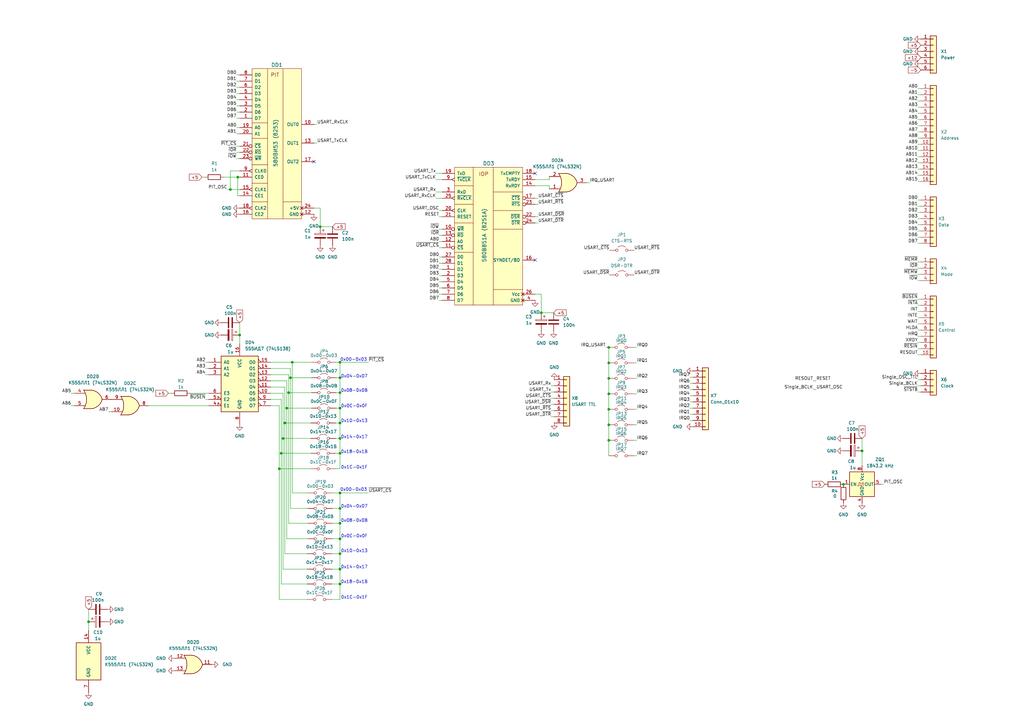
<source format=kicad_sch>
(kicad_sch (version 20231120) (generator "eeschema") (generator_version "8.0")
  (paper "A3")
  (title_block (title "Модуль последовательного порта") (date "2025-12-03") (company "R2AKT") (comment 1 "R2AKT.468173.001") (comment 2 "R2AKT"))
  (lib_symbols
    (symbol "74xx:74LS138" (pin_names (offset 1.016))
      (property "Reference" "U" (at -7.62 11.43 0))
      (property "Value" "74LS138" (at -7.62 -13.97 0))
      (symbol "74LS138_1_0"
        (pin input line (at -12.7 7.62 0) (length 5.08) (name "A0") (number "1"))
        (pin output output_low (at 12.7 -5.08 180) (length 5.08) (name "O5") (number "10"))
        (pin output output_low (at 12.7 -2.54 180) (length 5.08) (name "O4") (number "11"))
        (pin output output_low (at 12.7 0 180) (length 5.08) (name "O3") (number "12"))
        (pin output output_low (at 12.7 2.54 180) (length 5.08) (name "O2") (number "13"))
        (pin output output_low (at 12.7 5.08 180) (length 5.08) (name "O1") (number "14"))
        (pin output output_low (at 12.7 7.62 180) (length 5.08) (name "O0") (number "15"))
        (pin power_in line (at 0 15.24 270) (length 5.08) (name "VCC") (number "16"))
        (pin input line (at -12.7 5.08 0) (length 5.08) (name "A1") (number "2"))
        (pin input line (at -12.7 2.54 0) (length 5.08) (name "A2") (number "3"))
        (pin input input_low (at -12.7 -10.16 0) (length 5.08) (name "E1") (number "4"))
        (pin input input_low (at -12.7 -7.62 0) (length 5.08) (name "E2") (number "5"))
        (pin input line (at -12.7 -5.08 0) (length 5.08) (name "E3") (number "6"))
        (pin output output_low (at 12.7 -10.16 180) (length 5.08) (name "O7") (number "7"))
        (pin power_in line (at 0 -17.78 90) (length 5.08) (name "GND") (number "8"))
        (pin output output_low (at 12.7 -7.62 180) (length 5.08) (name "O6") (number "9"))
      )
    )
    (symbol "74xx:74LS32" (pin_names (offset 1.016))
      (property "Reference" "U" (at 0 1.27 0))
      (property "Value" "74LS32" (at 0 -1.27 0))
      (symbol "74LS32_1_1"
        (pin input line (at -7.62 2.54 0) (length 4.318) (name "~") (number "1"))
        (pin input line (at -7.62 -2.54 0) (length 4.318) (name "~") (number "2"))
        (pin output line (at 7.62 0 180) (length 3.81) (name "~") (number "3"))
      )
      (symbol "74LS32_1_2"
        (pin input inverted (at -7.62 2.54 0) (length 3.81) (name "~") (number "1"))
        (pin input inverted (at -7.62 -2.54 0) (length 3.81) (name "~") (number "2"))
        (pin output inverted (at 7.62 0 180) (length 3.81) (name "~") (number "3"))
      )
      (symbol "74LS32_2_1"
        (pin input line (at -7.62 2.54 0) (length 4.318) (name "~") (number "4"))
        (pin input line (at -7.62 -2.54 0) (length 4.318) (name "~") (number "5"))
        (pin output line (at 7.62 0 180) (length 3.81) (name "~") (number "6"))
      )
      (symbol "74LS32_2_2"
        (pin input inverted (at -7.62 2.54 0) (length 3.81) (name "~") (number "4"))
        (pin input inverted (at -7.62 -2.54 0) (length 3.81) (name "~") (number "5"))
        (pin output inverted (at 7.62 0 180) (length 3.81) (name "~") (number "6"))
      )
      (symbol "74LS32_3_1"
        (pin input line (at -7.62 -2.54 0) (length 4.318) (name "~") (number "10"))
        (pin output line (at 7.62 0 180) (length 3.81) (name "~") (number "8"))
        (pin input line (at -7.62 2.54 0) (length 4.318) (name "~") (number "9"))
      )
      (symbol "74LS32_3_2"
        (pin input inverted (at -7.62 -2.54 0) (length 3.81) (name "~") (number "10"))
        (pin output inverted (at 7.62 0 180) (length 3.81) (name "~") (number "8"))
        (pin input inverted (at -7.62 2.54 0) (length 3.81) (name "~") (number "9"))
      )
      (symbol "74LS32_4_1"
        (pin output line (at 7.62 0 180) (length 3.81) (name "~") (number "11"))
        (pin input line (at -7.62 2.54 0) (length 4.318) (name "~") (number "12"))
        (pin input line (at -7.62 -2.54 0) (length 4.318) (name "~") (number "13"))
      )
      (symbol "74LS32_4_2"
        (pin output inverted (at 7.62 0 180) (length 3.81) (name "~") (number "11"))
        (pin input inverted (at -7.62 2.54 0) (length 3.81) (name "~") (number "12"))
        (pin input inverted (at -7.62 -2.54 0) (length 3.81) (name "~") (number "13"))
      )
      (symbol "74LS32_5_0"
        (pin power_in line (at 0 12.7 270) (length 5.08) (name "VCC") (number "14"))
        (pin power_in line (at 0 -12.7 90) (length 5.08) (name "GND") (number "7"))
      )
    )
    (symbol "Connector_Generic:Conn_01x04" (pin_names (offset 1.016) hide)
      (property "Reference" "J" (at 0 5.08 0))
      (property "Value" "Conn_01x04" (at 0 -7.62 0))
      (symbol "Conn_01x04_1_1"
        (pin passive line (at -5.08 2.54 0) (length 3.81) (name "Pin_1") (number "1"))
        (pin passive line (at -5.08 0 0) (length 3.81) (name "Pin_2") (number "2"))
        (pin passive line (at -5.08 -2.54 0) (length 3.81) (name "Pin_3") (number "3"))
        (pin passive line (at -5.08 -5.08 0) (length 3.81) (name "Pin_4") (number "4"))
      )
    )
    (symbol "Connector_Generic:Conn_01x06" (pin_names (offset 1.016) hide)
      (property "Reference" "J" (at 0 7.62 0))
      (property "Value" "Conn_01x06" (at 0 -10.16 0))
      (symbol "Conn_01x06_1_1"
        (pin passive line (at -5.08 5.08 0) (length 3.81) (name "Pin_1") (number "1"))
        (pin passive line (at -5.08 2.54 0) (length 3.81) (name "Pin_2") (number "2"))
        (pin passive line (at -5.08 0 0) (length 3.81) (name "Pin_3") (number "3"))
        (pin passive line (at -5.08 -2.54 0) (length 3.81) (name "Pin_4") (number "4"))
        (pin passive line (at -5.08 -5.08 0) (length 3.81) (name "Pin_5") (number "5"))
        (pin passive line (at -5.08 -7.62 0) (length 3.81) (name "Pin_6") (number "6"))
      )
    )
    (symbol "Connector_Generic:Conn_01x08" (pin_names (offset 1.016) hide)
      (property "Reference" "J" (at 0 10.16 0))
      (property "Value" "Conn_01x08" (at 0 -12.7 0))
      (symbol "Conn_01x08_1_1"
        (pin passive line (at -5.08 7.62 0) (length 3.81) (name "Pin_1") (number "1"))
        (pin passive line (at -5.08 5.08 0) (length 3.81) (name "Pin_2") (number "2"))
        (pin passive line (at -5.08 2.54 0) (length 3.81) (name "Pin_3") (number "3"))
        (pin passive line (at -5.08 0 0) (length 3.81) (name "Pin_4") (number "4"))
        (pin passive line (at -5.08 -2.54 0) (length 3.81) (name "Pin_5") (number "5"))
        (pin passive line (at -5.08 -5.08 0) (length 3.81) (name "Pin_6") (number "6"))
        (pin passive line (at -5.08 -7.62 0) (length 3.81) (name "Pin_7") (number "7"))
        (pin passive line (at -5.08 -10.16 0) (length 3.81) (name "Pin_8") (number "8"))
      )
    )
    (symbol "Connector_Generic:Conn_01x10" (pin_names (offset 1.016) hide)
      (property "Reference" "J" (at 0 12.7 0))
      (property "Value" "Conn_01x10" (at 0 -15.24 0))
      (symbol "Conn_01x10_1_1"
        (pin passive line (at -5.08 10.16 0) (length 3.81) (name "Pin_1") (number "1"))
        (pin passive line (at -5.08 -12.7 0) (length 3.81) (name "Pin_10") (number "10"))
        (pin passive line (at -5.08 7.62 0) (length 3.81) (name "Pin_2") (number "2"))
        (pin passive line (at -5.08 5.08 0) (length 3.81) (name "Pin_3") (number "3"))
        (pin passive line (at -5.08 2.54 0) (length 3.81) (name "Pin_4") (number "4"))
        (pin passive line (at -5.08 0 0) (length 3.81) (name "Pin_5") (number "5"))
        (pin passive line (at -5.08 -2.54 0) (length 3.81) (name "Pin_6") (number "6"))
        (pin passive line (at -5.08 -5.08 0) (length 3.81) (name "Pin_7") (number "7"))
        (pin passive line (at -5.08 -7.62 0) (length 3.81) (name "Pin_8") (number "8"))
        (pin passive line (at -5.08 -10.16 0) (length 3.81) (name "Pin_9") (number "9"))
      )
    )
    (symbol "Connector_Generic:Conn_01x16" (pin_names (offset 1.016) hide)
      (property "Reference" "J" (at 0 20.32 0))
      (property "Value" "Conn_01x16" (at 0 -22.86 0))
      (symbol "Conn_01x16_1_1"
        (pin passive line (at -5.08 17.78 0) (length 3.81) (name "Pin_1") (number "1"))
        (pin passive line (at -5.08 -5.08 0) (length 3.81) (name "Pin_10") (number "10"))
        (pin passive line (at -5.08 -7.62 0) (length 3.81) (name "Pin_11") (number "11"))
        (pin passive line (at -5.08 -10.16 0) (length 3.81) (name "Pin_12") (number "12"))
        (pin passive line (at -5.08 -12.7 0) (length 3.81) (name "Pin_13") (number "13"))
        (pin passive line (at -5.08 -15.24 0) (length 3.81) (name "Pin_14") (number "14"))
        (pin passive line (at -5.08 -17.78 0) (length 3.81) (name "Pin_15") (number "15"))
        (pin passive line (at -5.08 -20.32 0) (length 3.81) (name "Pin_16") (number "16"))
        (pin passive line (at -5.08 15.24 0) (length 3.81) (name "Pin_2") (number "2"))
        (pin passive line (at -5.08 12.7 0) (length 3.81) (name "Pin_3") (number "3"))
        (pin passive line (at -5.08 10.16 0) (length 3.81) (name "Pin_4") (number "4"))
        (pin passive line (at -5.08 7.62 0) (length 3.81) (name "Pin_5") (number "5"))
        (pin passive line (at -5.08 5.08 0) (length 3.81) (name "Pin_6") (number "6"))
        (pin passive line (at -5.08 2.54 0) (length 3.81) (name "Pin_7") (number "7"))
        (pin passive line (at -5.08 0 0) (length 3.81) (name "Pin_8") (number "8"))
        (pin passive line (at -5.08 -2.54 0) (length 3.81) (name "Pin_9") (number "9"))
      )
    )
    (symbol "Device:C" (pin_numbers hide) (pin_names (offset 0.254))
      (property "Reference" "C" (at 0.635 2.54 0))
      (property "Value" "C" (at 0.635 -2.54 0))
      (symbol "C_1_1"
        (pin passive line (at 0 3.81 270) (length 2.794) (name "~") (number "1"))
        (pin passive line (at 0 -3.81 90) (length 2.794) (name "~") (number "2"))
      )
    )
    (symbol "Device:C_Polarized" (pin_numbers hide) (pin_names (offset 0.254))
      (property "Reference" "C" (at 0.635 2.54 0))
      (property "Value" "C_Polarized" (at 0.635 -2.54 0))
      (symbol "C_Polarized_1_1"
        (pin passive line (at 0 3.81 270) (length 2.794) (name "~") (number "1"))
        (pin passive line (at 0 -3.81 90) (length 2.794) (name "~") (number "2"))
      )
    )
    (symbol "Device:R" (pin_numbers hide) (pin_names (offset 0))
      (property "Reference" "R" (at 2.032 0 90))
      (property "Value" "R" (at 0 0 90))
      (symbol "R_1_1"
        (pin passive line (at 0 3.81 270) (length 1.27) (name "~") (number "1"))
        (pin passive line (at 0 -3.81 90) (length 1.27) (name "~") (number "2"))
      )
    )
    (symbol "Jumper:Jumper_2_Open" (pin_numbers hide) (pin_names (offset 0) hide) (exclude_from_sim yes)
      (property "Reference" "JP" (at 0 2.794 0))
      (property "Value" "Jumper_2_Open" (at 0 -2.286 0))
      (symbol "Jumper_2_Open_1_1"
        (pin passive line (at -5.08 0 0) (length 2.54) (name "A") (number "1"))
        (pin passive line (at 5.08 0 180) (length 2.54) (name "B") (number "2"))
      )
    )
    (symbol "Oscillator:CXO_DIP8" (pin_names (offset 0.254))
      (property "Reference" "Y" (at -5.08 6.35 0))
      (property "Value" "CXO_DIP8" (at 1.27 -6.35 0))
      (symbol "CXO_DIP8_1_1"
        (pin input line (at -7.62 0 0) (length 2.54) (name "EN") (number "1"))
        (pin power_in line (at 0 -7.62 90) (length 2.54) (name "GND") (number "4"))
        (pin output line (at 7.62 0 180) (length 2.54) (name "OUT") (number "5"))
        (pin power_in line (at 0 7.62 270) (length 2.54) (name "Vcc") (number "8"))
      )
    )
    (symbol "power:GND" (power) (pin_numbers hide) (pin_names (offset 0) hide)
      (property "Value" "GND" (at 0 -3.81 0))
      (symbol "GND_1_1"
        (pin power_in line (at 0 0 270) (length 0) (name "~") (number "1"))
      )
    )
    (symbol "К580-К1810-К1821:580ВВ51А" (pin_names (offset 1.016))
      (property "Reference" "DD" (at 0 30.48 0))
      (property "Value" "580ВВ51А (8251A)" (at -2.032 -0.254 90))
      (symbol "580ВВ51А_0_0"
        (text "IOP" (at -2.032 25.146 0) (effects (font (size 1.524 1.524))))
      )
      (symbol "580ВВ51А_1_1"
        (pin bidirectional line (at -19.05 -13.97 0) (length 5.08) (name "D2") (number "1"))
        (pin input inverted (at -19.05 2.54 0) (length 5.08) (name "~{WR}") (number "10"))
        (pin input inverted (at -19.05 -5.08 0) (length 5.08) (name "~{CS}") (number "11"))
        (pin input line (at -19.05 -2.54 0) (length 5.08) (name "A0") (number "12"))
        (pin input inverted (at -19.05 0 0) (length 5.08) (name "~{RD}") (number "13"))
        (pin output line (at 19.05 20.32 180) (length 5.08) (name "RxRDY") (number "14"))
        (pin output line (at 19.05 22.86 180) (length 5.08) (name "TxRDY") (number "15"))
        (pin bidirectional line (at 19.05 -10.16 180) (length 5.08) (name "SYNDET/BD") (number "16"))
        (pin input inverted (at 19.05 15.24 180) (length 5.08) (name "~{CTS}") (number "17"))
        (pin output line (at 19.05 25.4 180) (length 5.08) (name "TxEMPTY") (number "18"))
        (pin output line (at -19.05 25.4 0) (length 5.08) (name "TxD") (number "19"))
        (pin bidirectional line (at -19.05 -16.51 0) (length 5.08) (name "D3") (number "2"))
        (pin input edge_clock_high (at -19.05 10.16 0) (length 5.08) (name "CLK") (number "20"))
        (pin input line (at -19.05 7.62 0) (length 5.08) (name "RESET") (number "21"))
        (pin input inverted (at 19.05 7.62 180) (length 5.08) (name "~{DSR}") (number "22"))
        (pin output inverted (at 19.05 12.7 180) (length 5.08) (name "~{RTS}") (number "23"))
        (pin output inverted (at 19.05 5.08 180) (length 5.08) (name "~{DTR}") (number "24"))
        (pin input edge_clock_high (at -19.05 15.24 0) (length 5.08) (name "~{RxCLK}") (number "25"))
        (pin power_in non_logic (at 19.05 -24.13 180) (length 5.08) (name "Vcc") (number "26"))
        (pin bidirectional line (at -19.05 -8.89 0) (length 5.08) (name "D0") (number "27"))
        (pin bidirectional line (at -19.05 -11.43 0) (length 5.08) (name "D1") (number "28"))
        (pin input line (at -19.05 17.78 0) (length 5.08) (name "RxD") (number "3"))
        (pin power_in non_logic (at 19.05 -26.67 180) (length 5.08) (name "GND") (number "4"))
        (pin bidirectional line (at -19.05 -19.05 0) (length 5.08) (name "D4") (number "5"))
        (pin bidirectional line (at -19.05 -21.59 0) (length 5.08) (name "D5") (number "6"))
        (pin bidirectional line (at -19.05 -24.13 0) (length 5.08) (name "D6") (number "7"))
        (pin bidirectional line (at -19.05 -26.67 0) (length 5.08) (name "D7") (number "8"))
        (pin input edge_clock_high (at -19.05 22.86 0) (length 5.08) (name "~{TxCLK}") (number "9"))
      )
    )
    (symbol "К580-К1810-К1821:580ВИ53" (pin_names (offset 1.016))
      (property "Reference" "DD" (at -0.508 32.766 0))
      (property "Value" "580ВИ53 (8253)" (at -0.508 0 90))
      (symbol "580ВИ53_0_1"
        (pin output line (at 15.24 7.62 180) (length 5.08) (name "OUT0") (number "10"))
        (pin input line (at -15.24 -13.97 0) (length 5.08) (name "CE0") (number "11"))
        (pin output line (at 15.24 0 180) (length 5.08) (name "OUT1") (number "13"))
        (pin input line (at -15.24 -21.59 0) (length 5.08) (name "CE1") (number "14"))
        (pin input line (at -15.24 -29.21 0) (length 5.08) (name "CE2") (number "16"))
        (pin output line (at 15.24 -7.62 180) (length 5.08) (name "OUT2") (number "17"))
        (pin input line (at -15.24 6.35 0) (length 5.08) (name "A0") (number "19"))
        (pin input line (at -15.24 3.81 0) (length 5.08) (name "A1") (number "20"))
        (pin input inverted (at -15.24 -3.81 0) (length 5.08) (name "~{RD}") (number "22"))
        (pin input inverted (at -15.24 -6.35 0) (length 5.08) (name "~{WR}") (number "23"))
      )
      (symbol "580ВИ53_1_0"
        (text "PIT" (at -0.762 27.94 0) (effects (font (size 1.524 1.524))))
      )
      (symbol "580ВИ53_1_1"
        (pin bidirectional line (at -15.24 10.16 0) (length 5.08) (name "D7") (number "1"))
        (pin power_in non_logic (at 15.24 -29.21 180) (length 5.08) (name "GND") (number "12"))
        (pin input edge_clock_high (at -15.24 -19.05 0) (length 5.08) (name "CLK1") (number "15"))
        (pin input edge_clock_high (at -15.24 -26.67 0) (length 5.08) (name "CLK2") (number "18"))
        (pin bidirectional line (at -15.24 12.7 0) (length 5.08) (name "D6") (number "2"))
        (pin input inverted (at -15.24 -1.27 0) (length 5.08) (name "~{CS}") (number "21"))
        (pin power_in non_logic (at 15.24 -26.67 180) (length 5.08) (name "+5V") (number "24"))
        (pin bidirectional line (at -15.24 15.24 0) (length 5.08) (name "D5") (number "3"))
        (pin bidirectional line (at -15.24 17.78 0) (length 5.08) (name "D4") (number "4"))
        (pin bidirectional line (at -15.24 20.32 0) (length 5.08) (name "D3") (number "5"))
        (pin bidirectional line (at -15.24 22.86 0) (length 5.08) (name "D2") (number "6"))
        (pin bidirectional line (at -15.24 25.4 0) (length 5.08) (name "D1") (number "7"))
        (pin bidirectional line (at -15.24 27.94 0) (length 5.08) (name "D0") (number "8"))
        (pin input edge_clock_high (at -15.24 -11.43 0) (length 5.08) (name "CLK0") (number "9"))
      )
    )
  )
  (junction (at 249.682 161.544))
  (junction (at 139.446 233.426))
  (junction (at 139.446 214.63))
  (junction (at 36.322 255.016))
  (junction (at 139.446 148.59))
  (junction (at 114.554 192.278))
  (junction (at 97.536 72.644))
  (junction (at 139.446 202.184))
  (junction (at 117.602 167.386))
  (junction (at 139.446 220.98))
  (junction (at 249.682 174.244))
  (junction (at 353.568 184.912))
  (junction (at 249.682 148.844))
  (junction (at 131.318 92.964))
  (junction (at 139.446 185.928))
  (junction (at 118.364 161.036))
  (junction (at 139.446 227.076))
  (junction (at 249.682 167.894))
  (junction (at 94.488 77.724))
  (junction (at 119.888 148.59))
  (junction (at 249.682 155.194))
  (junction (at 115.316 185.928))
  (junction (at 249.682 180.594))
  (junction (at 139.446 167.386))
  (junction (at 98.298 137.414))
  (junction (at 221.996 128.27))
  (junction (at 139.446 179.832))
  (junction (at 139.446 154.94))
  (junction (at 116.84 173.482))
  (junction (at 139.446 239.522))
  (junction (at 139.446 161.036))
  (junction (at 139.446 173.482))
  (junction (at 139.446 208.534))
  (junction (at 116.078 179.832))
  (junction (at 249.682 142.494))
  (junction (at 345.948 198.628))
  (junction (at 119.126 154.94))
  (no_connect (at 219.456 106.68))
  (no_connect (at 128.778 66.294))
  (no_connect (at 219.456 71.12))
  (wire (pts (xy 180.086 110.49) (xy 181.356 110.49)))
  (wire (pts (xy 377.698 64.262) (xy 376.428 64.262)))
  (wire (pts (xy 82.804 72.644) (xy 84.074 72.644)))
  (wire (pts (xy 114.554 192.278) (xy 127.508 192.278)))
  (wire (pts (xy 226.06 160.782) (xy 227.33 160.782)))
  (wire (pts (xy 225.298 77.47) (xy 225.298 76.2)))
  (wire (pts (xy 98.298 72.644) (xy 97.536 72.644)))
  (wire (pts (xy 225.298 72.39) (xy 225.298 73.66)))
  (wire (pts (xy 128.778 85.344) (xy 131.318 85.344)))
  (wire (pts (xy 139.446 192.278) (xy 137.668 192.278)))
  (wire (pts (xy 97.028 62.484) (xy 98.298 62.484)))
  (wire (pts (xy 84.328 163.83) (xy 85.598 163.83)))
  (wire (pts (xy 180.086 101.6) (xy 181.356 101.6)))
  (wire (pts (xy 118.364 161.036) (xy 118.364 214.63)))
  (wire (pts (xy 117.602 156.21) (xy 117.602 167.386)))
  (wire (pts (xy 377.698 43.942) (xy 376.428 43.942)))
  (wire (pts (xy 116.84 173.482) (xy 127.508 173.482)))
  (wire (pts (xy 126.238 220.98) (xy 117.602 220.98)))
  (wire (pts (xy 44.45 168.91) (xy 45.72 168.91)))
  (wire (pts (xy 282.956 154.686) (xy 284.226 154.686)))
  (wire (pts (xy 114.554 245.872) (xy 114.554 192.278)))
  (wire (pts (xy 377.698 74.422) (xy 376.428 74.422)))
  (wire (pts (xy 115.316 185.928) (xy 127.508 185.928)))
  (wire (pts (xy 249.682 161.544) (xy 249.682 167.894)))
  (wire (pts (xy 139.446 208.534) (xy 139.446 214.63)))
  (wire (pts (xy 119.888 202.184) (xy 119.888 148.59)))
  (wire (pts (xy 261.112 161.544) (xy 259.842 161.544)))
  (wire (pts (xy 125.984 239.522) (xy 115.316 239.522)))
  (wire (pts (xy 136.144 239.522) (xy 139.446 239.522)))
  (wire (pts (xy 116.078 179.832) (xy 116.078 233.426)))
  (wire (pts (xy 77.978 161.29) (xy 85.598 161.29)))
  (wire (pts (xy 377.698 54.102) (xy 376.428 54.102)))
  (wire (pts (xy 377.698 107.442) (xy 376.428 107.442)))
  (wire (pts (xy 118.364 161.036) (xy 127.762 161.036)))
  (wire (pts (xy 226.06 165.862) (xy 227.33 165.862)))
  (wire (pts (xy 36.322 255.016) (xy 36.322 258.572)))
  (wire (pts (xy 110.998 148.59) (xy 119.888 148.59)))
  (wire (pts (xy 180.086 105.41) (xy 181.356 105.41)))
  (wire (pts (xy 377.698 97.282) (xy 376.428 97.282)))
  (wire (pts (xy 377.698 51.562) (xy 376.428 51.562)))
  (wire (pts (xy 220.726 88.9) (xy 219.456 88.9)))
  (wire (pts (xy 377.698 59.182) (xy 376.428 59.182)))
  (wire (pts (xy 110.998 161.29) (xy 116.078 161.29)))
  (wire (pts (xy 377.698 49.022) (xy 376.428 49.022)))
  (wire (pts (xy 94.488 77.724) (xy 98.298 77.724)))
  (wire (pts (xy 126.238 208.534) (xy 119.126 208.534)))
  (wire (pts (xy 361.188 198.628) (xy 362.458 198.628)))
  (wire (pts (xy 119.888 148.59) (xy 127.762 148.59)))
  (wire (pts (xy 125.984 233.426) (xy 116.078 233.426)))
  (wire (pts (xy 221.996 120.65) (xy 221.996 128.27)))
  (wire (pts (xy 139.446 239.522) (xy 139.446 233.426)))
  (wire (pts (xy 98.298 137.414) (xy 98.298 140.97)))
  (wire (pts (xy 97.028 45.974) (xy 98.298 45.974)))
  (wire (pts (xy 377.698 94.742) (xy 376.428 94.742)))
  (wire (pts (xy 180.086 113.03) (xy 181.356 113.03)))
  (wire (pts (xy 139.446 148.59) (xy 139.446 154.94)))
  (wire (pts (xy 116.84 158.75) (xy 116.84 173.482)))
  (wire (pts (xy 353.568 179.832) (xy 353.568 184.912)))
  (wire (pts (xy 118.364 153.67) (xy 118.364 161.036)))
  (wire (pts (xy 249.682 180.594) (xy 249.682 186.944)))
  (wire (pts (xy 116.078 161.29) (xy 116.078 179.832)))
  (wire (pts (xy 377.698 36.322) (xy 376.428 36.322)))
  (wire (pts (xy 282.956 164.846) (xy 284.226 164.846)))
  (wire (pts (xy 377.698 130.302) (xy 376.428 130.302)))
  (wire (pts (xy 249.682 167.894) (xy 249.682 174.244)))
  (wire (pts (xy 110.998 166.37) (xy 114.554 166.37)))
  (wire (pts (xy 377.698 89.662) (xy 376.428 89.662)))
  (wire (pts (xy 139.446 167.386) (xy 139.446 173.482)))
  (wire (pts (xy 376.428 135.382) (xy 377.698 135.382)))
  (wire (pts (xy 377.698 115.062) (xy 376.428 115.062)))
  (wire (pts (xy 60.96 166.37) (xy 85.598 166.37)))
  (wire (pts (xy 151.13 202.184) (xy 139.446 202.184)))
  (wire (pts (xy 84.328 153.67) (xy 85.598 153.67)))
  (wire (pts (xy 139.446 214.63) (xy 139.446 220.98)))
  (wire (pts (xy 226.06 163.322) (xy 227.33 163.322)))
  (wire (pts (xy 249.682 148.844) (xy 249.682 155.194)))
  (wire (pts (xy 261.112 142.494) (xy 259.842 142.494)))
  (wire (pts (xy 115.316 163.83) (xy 115.316 185.928)))
  (wire (pts (xy 249.682 174.244) (xy 249.682 180.594)))
  (wire (pts (xy 29.21 161.29) (xy 30.48 161.29)))
  (wire (pts (xy 377.698 38.862) (xy 376.428 38.862)))
  (wire (pts (xy 119.126 151.13) (xy 119.126 154.94)))
  (wire (pts (xy 261.112 155.194) (xy 259.842 155.194)))
  (wire (pts (xy 226.06 158.242) (xy 227.33 158.242)))
  (wire (pts (xy 261.112 180.594) (xy 259.842 180.594)))
  (wire (pts (xy 136.398 208.534) (xy 139.446 208.534)))
  (wire (pts (xy 136.144 245.872) (xy 139.446 245.872)))
  (wire (pts (xy 226.06 168.402) (xy 227.33 168.402)))
  (wire (pts (xy 97.028 48.514) (xy 98.298 48.514)))
  (wire (pts (xy 377.698 99.822) (xy 376.428 99.822)))
  (wire (pts (xy 97.028 38.354) (xy 98.298 38.354)))
  (wire (pts (xy 376.428 132.842) (xy 377.698 132.842)))
  (wire (pts (xy 29.21 166.37) (xy 30.48 166.37)))
  (wire (pts (xy 180.086 86.36) (xy 181.356 86.36)))
  (wire (pts (xy 94.488 70.104) (xy 94.488 77.724)))
  (wire (pts (xy 139.446 179.832) (xy 139.446 185.928)))
  (wire (pts (xy 84.328 151.13) (xy 85.598 151.13)))
  (wire (pts (xy 261.112 174.244) (xy 259.842 174.244)))
  (wire (pts (xy 139.446 154.94) (xy 139.446 161.036)))
  (wire (pts (xy 97.536 72.644) (xy 97.536 80.264)))
  (wire (pts (xy 110.998 163.83) (xy 115.316 163.83)))
  (wire (pts (xy 139.446 154.94) (xy 137.922 154.94)))
  (wire (pts (xy 94.488 70.104) (xy 98.298 70.104)))
  (wire (pts (xy 282.956 169.926) (xy 284.226 169.926)))
  (wire (pts (xy 180.086 115.57) (xy 181.356 115.57)))
  (wire (pts (xy 377.698 87.122) (xy 376.428 87.122)))
  (wire (pts (xy 119.888 202.184) (xy 126.238 202.184)))
  (wire (pts (xy 116.078 179.832) (xy 127.508 179.832)))
  (wire (pts (xy 376.428 137.922) (xy 377.698 137.922)))
  (wire (pts (xy 178.816 71.12) (xy 181.356 71.12)))
  (wire (pts (xy 249.682 155.194) (xy 249.682 161.544)))
  (wire (pts (xy 377.698 82.042) (xy 376.428 82.042)))
  (wire (pts (xy 110.998 158.75) (xy 116.84 158.75)))
  (wire (pts (xy 376.428 140.462) (xy 377.698 140.462)))
  (wire (pts (xy 377.698 69.342) (xy 376.428 69.342)))
  (wire (pts (xy 225.298 76.2) (xy 219.456 76.2)))
  (wire (pts (xy 220.726 91.44) (xy 219.456 91.44)))
  (wire (pts (xy 125.984 227.076) (xy 116.84 227.076)))
  (wire (pts (xy 261.112 148.844) (xy 259.842 148.844)))
  (wire (pts (xy 377.698 112.522) (xy 376.428 112.522)))
  (wire (pts (xy 377.698 160.782) (xy 376.428 160.782)))
  (wire (pts (xy 282.956 172.466) (xy 284.226 172.466)))
  (wire (pts (xy 377.698 127.762) (xy 376.428 127.762)))
  (wire (pts (xy 180.086 120.65) (xy 181.356 120.65)))
  (wire (pts (xy 136.398 214.63) (xy 139.446 214.63)))
  (wire (pts (xy 97.028 43.434) (xy 98.298 43.434)))
  (wire (pts (xy 114.554 192.278) (xy 114.554 166.37)))
  (wire (pts (xy 136.144 227.076) (xy 139.446 227.076)))
  (wire (pts (xy 377.698 125.222) (xy 376.428 125.222)))
  (wire (pts (xy 70.358 161.29) (xy 69.088 161.29)))
  (wire (pts (xy 116.84 173.482) (xy 116.84 227.076)))
  (wire (pts (xy 353.568 184.912) (xy 353.568 191.008)))
  (wire (pts (xy 377.698 41.402) (xy 376.428 41.402)))
  (wire (pts (xy 377.698 56.642) (xy 376.428 56.642)))
  (wire (pts (xy 261.112 186.944) (xy 259.842 186.944)))
  (wire (pts (xy 139.446 173.482) (xy 139.446 179.832)))
  (wire (pts (xy 333.502 159.766) (xy 334.772 159.766)))
  (wire (pts (xy 181.356 81.28) (xy 178.816 81.28)))
  (wire (pts (xy 139.446 202.184) (xy 139.446 208.534)))
  (wire (pts (xy 97.028 35.814) (xy 98.298 35.814)))
  (wire (pts (xy 180.086 88.9) (xy 181.356 88.9)))
  (wire (pts (xy 376.428 122.682) (xy 377.698 122.682)))
  (wire (pts (xy 377.698 92.202) (xy 376.428 92.202)))
  (wire (pts (xy 180.086 93.98) (xy 181.356 93.98)))
  (wire (pts (xy 282.956 159.766) (xy 284.226 159.766)))
  (wire (pts (xy 221.996 128.27) (xy 227.076 128.27)))
  (wire (pts (xy 377.698 66.802) (xy 376.428 66.802)))
  (wire (pts (xy 180.086 107.95) (xy 181.356 107.95)))
  (wire (pts (xy 220.726 83.82) (xy 219.456 83.82)))
  (wire (pts (xy 115.316 185.928) (xy 115.316 239.522)))
  (wire (pts (xy 282.956 162.306) (xy 284.226 162.306)))
  (wire (pts (xy 97.028 59.944) (xy 98.298 59.944)))
  (wire (pts (xy 97.028 33.274) (xy 98.298 33.274)))
  (wire (pts (xy 114.554 245.872) (xy 125.984 245.872)))
  (wire (pts (xy 97.028 30.734) (xy 98.298 30.734)))
  (wire (pts (xy 219.456 120.65) (xy 221.996 120.65)))
  (wire (pts (xy 139.446 245.872) (xy 139.446 239.522)))
  (wire (pts (xy 119.126 154.94) (xy 127.762 154.94)))
  (wire (pts (xy 139.446 161.036) (xy 139.446 167.386)))
  (wire (pts (xy 377.698 46.482) (xy 376.428 46.482)))
  (wire (pts (xy 137.668 179.832) (xy 139.446 179.832)))
  (wire (pts (xy 377.698 143.002) (xy 376.428 143.002)))
  (wire (pts (xy 139.446 185.928) (xy 139.446 192.278)))
  (wire (pts (xy 130.048 58.674) (xy 128.778 58.674)))
  (wire (pts (xy 93.218 77.724) (xy 94.488 77.724)))
  (wire (pts (xy 131.318 85.344) (xy 131.318 92.964)))
  (wire (pts (xy 97.028 65.024) (xy 98.298 65.024)))
  (wire (pts (xy 225.298 73.66) (xy 219.456 73.66)))
  (wire (pts (xy 137.668 185.928) (xy 139.446 185.928)))
  (wire (pts (xy 248.412 142.494) (xy 249.682 142.494)))
  (wire (pts (xy 151.13 148.59) (xy 139.446 148.59)))
  (wire (pts (xy 84.328 148.59) (xy 85.598 148.59)))
  (wire (pts (xy 139.446 161.036) (xy 137.922 161.036)))
  (wire (pts (xy 136.144 233.426) (xy 139.446 233.426)))
  (wire (pts (xy 178.816 73.66) (xy 181.356 73.66)))
  (wire (pts (xy 36.322 249.936) (xy 36.322 255.016)))
  (wire (pts (xy 110.998 151.13) (xy 119.126 151.13)))
  (wire (pts (xy 181.356 78.74) (xy 178.816 78.74)))
  (wire (pts (xy 117.602 167.386) (xy 127.762 167.386)))
  (wire (pts (xy 180.086 99.06) (xy 181.356 99.06)))
  (wire (pts (xy 98.298 132.334) (xy 98.298 137.414)))
  (wire (pts (xy 137.668 173.482) (xy 139.446 173.482)))
  (wire (pts (xy 136.398 202.184) (xy 139.446 202.184)))
  (wire (pts (xy 377.698 145.542) (xy 376.428 145.542)))
  (wire (pts (xy 110.998 156.21) (xy 117.602 156.21)))
  (wire (pts (xy 241.808 74.93) (xy 240.538 74.93)))
  (wire (pts (xy 139.446 227.076) (xy 139.446 220.98)))
  (wire (pts (xy 377.698 84.582) (xy 376.428 84.582)))
  (wire (pts (xy 376.428 155.702) (xy 377.698 155.702)))
  (wire (pts (xy 226.06 170.942) (xy 227.33 170.942)))
  (wire (pts (xy 97.028 40.894) (xy 98.298 40.894)))
  (wire (pts (xy 180.086 118.11) (xy 181.356 118.11)))
  (wire (pts (xy 377.698 61.722) (xy 376.428 61.722)))
  (wire (pts (xy 136.398 220.98) (xy 139.446 220.98)))
  (wire (pts (xy 137.922 167.386) (xy 139.446 167.386)))
  (wire (pts (xy 139.446 233.426) (xy 139.446 227.076)))
  (wire (pts (xy 110.998 153.67) (xy 118.364 153.67)))
  (wire (pts (xy 282.956 167.386) (xy 284.226 167.386)))
  (wire (pts (xy 220.726 81.28) (xy 219.456 81.28)))
  (wire (pts (xy 180.086 123.19) (xy 181.356 123.19)))
  (wire (pts (xy 131.318 92.964) (xy 136.398 92.964)))
  (wire (pts (xy 282.956 157.226) (xy 284.226 157.226)))
  (wire (pts (xy 334.772 156.21) (xy 333.502 156.21)))
  (wire (pts (xy 117.602 167.386) (xy 117.602 220.98)))
  (wire (pts (xy 377.698 71.882) (xy 376.428 71.882)))
  (wire (pts (xy 377.698 109.982) (xy 376.428 109.982)))
  (wire (pts (xy 97.028 54.864) (xy 98.298 54.864)))
  (wire (pts (xy 130.048 51.054) (xy 128.778 51.054)))
  (wire (pts (xy 139.446 148.59) (xy 137.922 148.59)))
  (wire (pts (xy 119.126 154.94) (xy 119.126 208.534)))
  (wire (pts (xy 261.112 167.894) (xy 259.842 167.894)))
  (wire (pts (xy 91.694 72.644) (xy 97.536 72.644)))
  (wire (pts (xy 97.028 52.324) (xy 98.298 52.324)))
  (wire (pts (xy 97.536 80.264) (xy 98.298 80.264)))
  (wire (pts (xy 126.238 214.63) (xy 118.364 214.63)))
  (wire (pts (xy 377.698 158.242) (xy 376.428 158.242)))
  (wire (pts (xy 249.682 142.494) (xy 249.682 148.844)))
  (wire (pts (xy 180.086 96.52) (xy 181.356 96.52)))
  (text "0x00-0x03" (at 145.034 200.914 0) (effects (font (size 1.27 1.27))))
  (text "0x1C-0x1F" (at 145.288 191.77 0) (effects (font (size 1.27 1.27))))
  (text "0x18-0x1B" (at 145.288 238.76 0) (effects (font (size 1.27 1.27))))
  (text "0x08-0x0B" (at 145.288 160.274 0) (effects (font (size 1.27 1.27))))
  (text "0x14-0x17" (at 145.288 232.664 0) (effects (font (size 1.27 1.27))))
  (text "0x10-0x13" (at 145.288 226.06 0) (effects (font (size 1.27 1.27))))
  (text "0x04-0x07" (at 145.288 207.772 0) (effects (font (size 1.27 1.27))))
  (text "0x00-0x03" (at 145.034 147.574 0) (effects (font (size 1.27 1.27))))
  (text "0x0C-0x0F" (at 145.288 166.624 0) (effects (font (size 1.27 1.27))))
  (text "0x14-0x17" (at 145.288 179.324 0) (effects (font (size 1.27 1.27))))
  (text "0x1C-0x1F" (at 145.288 245.11 0) (effects (font (size 1.27 1.27))))
  (text "0x18-0x1B" (at 145.288 185.42 0) (effects (font (size 1.27 1.27))))
  (text "0x08-0x0B" (at 145.288 213.614 0) (effects (font (size 1.27 1.27))))
  (text "0x10-0x13" (at 145.288 172.72 0) (effects (font (size 1.27 1.27))))
  (text "0x04-0x07" (at 145.288 154.432 0) (effects (font (size 1.27 1.27))))
  (text "0x0C-0x0F" (at 145.288 219.964 0) (effects (font (size 1.27 1.27))))
  (label "IRQ1" (at 282.956 169.926 180))
  (label "IRQ6" (at 282.956 157.226 180))
  (label "INT" (at 376.428 127.762 180))
  (label "~{PIT_CS}" (at 151.13 148.59 0))
  (label "AB4" (at 376.428 46.482 180))
  (label "~{IOR}" (at 376.428 109.982 180))
  (label "DB0" (at 376.428 82.042 180))
  (label "USART_OSC" (at 180.086 86.36 180))
  (label "AB6" (at 376.428 51.562 180))
  (label "AB12" (at 376.428 66.802 180))
  (label "DB3" (at 376.428 89.662 180))
  (label "DB3" (at 97.028 38.354 180))
  (label "~{BUSEN}" (at 376.428 122.682 180))
  (label "DB5" (at 180.086 118.11 180))
  (label "RESET" (at 180.086 88.9 180))
  (label "AB3" (at 376.428 43.942 180))
  (label "USART_RxCLK" (at 130.048 51.054 0))
  (label "USART_~{RTS}" (at 226.06 168.402 180))
  (label "Single_BCLK" (at 376.428 158.242 180))
  (label "AB1" (at 376.428 38.862 180))
  (label "AB4" (at 84.328 153.67 180))
  (label "IRQ2" (at 282.956 167.386 180))
  (label "~{INTA}" (at 376.428 125.222 180))
  (label "DB1" (at 97.028 33.274 180))
  (label "USART_RxCLK" (at 178.816 81.28 180))
  (label "AB13" (at 376.428 69.342 180))
  (label "DB5" (at 97.028 43.434 180))
  (label "~{PIT_CS}" (at 97.028 59.944 180))
  (label "WAIT" (at 376.428 132.842 180))
  (label "PIT_OSC" (at 362.458 198.628 0))
  (label "AB2" (at 84.328 148.59 180))
  (label "AB5" (at 29.21 161.29 180))
  (label "USART_~{RTS}" (at 220.726 83.82 0))
  (label "~{IOW}" (at 376.428 115.062 180))
  (label "USART_Rx" (at 178.816 78.74 180))
  (label "IRQ3" (at 261.112 161.544 0))
  (label "~{MEMW}" (at 376.428 112.522 180))
  (label "DB7" (at 180.086 123.19 180))
  (label "RESOUT" (at 376.428 145.542 180))
  (label "USART_TxCLK" (at 130.048 58.674 0))
  (label "USART_~{RTS}" (at 260.096 102.616 0))
  (label "DB2" (at 97.028 35.814 180))
  (label "~{IOR}" (at 180.086 96.52 180))
  (label "USART_~{DSR}" (at 249.936 112.776 180))
  (label "AB10" (at 376.428 61.722 180))
  (label "IRQ0" (at 261.112 142.494 0))
  (label "IRQ7" (at 261.112 186.944 0))
  (label "AB2" (at 376.428 41.402 180))
  (label "USART_OSC" (at 334.772 159.766 0))
  (label "AB0" (at 180.086 99.06 180))
  (label "~{IOW}" (at 180.086 93.98 180))
  (label "AB1" (at 97.028 54.864 180))
  (label "DB6" (at 376.428 97.282 180))
  (label "AB6" (at 29.21 166.37 180))
  (label "DB0" (at 180.086 105.41 180))
  (label "AB3" (at 84.328 151.13 180))
  (label "IRQ3" (at 282.956 164.846 180))
  (label "DB3" (at 180.086 113.03 180))
  (label "IRQ5" (at 261.112 174.244 0))
  (label "Single_BCLK" (at 333.502 159.766 180))
  (label "DB6" (at 97.028 45.974 180))
  (label "USART_~{DTR}" (at 220.726 91.44 0))
  (label "USART_~{DTR}" (at 226.06 170.942 180))
  (label "HLDA" (at 376.428 135.382 180))
  (label "DB4" (at 97.028 40.894 180))
  (label "IRQ1" (at 261.112 148.844 0))
  (label "~{BUSEN}" (at 84.328 163.83 180))
  (label "IRQ_USART" (at 241.808 74.93 0))
  (label "DB5" (at 376.428 94.742 180))
  (label "DB6" (at 180.086 120.65 180))
  (label "DB7" (at 376.428 99.822 180))
  (label "IRQ4" (at 282.956 162.306 180))
  (label "USART_~{CTS}" (at 249.936 102.616 180))
  (label "XRDY" (at 376.428 140.462 180))
  (label "AB8" (at 376.428 56.642 180))
  (label "DB1" (at 376.428 84.582 180))
  (label "AB5" (at 376.428 49.022 180))
  (label "USART_~{DSR}" (at 220.726 88.9 0))
  (label "~{USART_CS}" (at 180.086 101.6 180))
  (label "PIT_OSC" (at 93.218 77.724 180))
  (label "~{IOR}" (at 97.028 62.484 180))
  (label "~{STSTB}" (at 376.428 160.782 180))
  (label "USART_TxCLK" (at 178.816 73.66 180))
  (label "AB0" (at 376.428 36.322 180))
  (label "DB4" (at 180.086 115.57 180))
  (label "IRQ6" (at 261.112 180.594 0))
  (label "DB0" (at 97.028 30.734 180))
  (label "INTE" (at 376.428 130.302 180))
  (label "~{IOW}" (at 97.028 65.024 180))
  (label "RESET" (at 334.772 156.21 0))
  (label "USART_~{CTS}" (at 226.06 163.322 180))
  (label "HRQ" (at 376.428 137.922 180))
  (label "DB4" (at 376.428 92.202 180))
  (label "RESOUT" (at 333.502 156.21 180))
  (label "~{MEMR}" (at 376.428 107.442 180))
  (label "USART_~{DSR}" (at 226.06 165.862 180))
  (label "USART_~{DTR}" (at 260.096 112.776 0))
  (label "~{USART_CS}" (at 151.13 202.184 0))
  (label "AB0" (at 97.028 52.324 180))
  (label "IRQ2" (at 261.112 155.194 0))
  (label "IRQ4" (at 261.112 167.894 0))
  (label "DB2" (at 180.086 110.49 180))
  (label "AB7" (at 44.45 168.91 180))
  (label "Single_OSC_TTL" (at 376.428 155.702 180))
  (label "USART_~{CTS}" (at 220.726 81.28 0))
  (label "AB15" (at 376.428 74.422 180))
  (label "IRQ7" (at 282.956 154.686 180))
  (label "IRQ_USART" (at 248.412 142.494 180))
  (label "AB11" (at 376.428 64.262 180))
  (label "AB7" (at 376.428 54.102 180))
  (label "DB2" (at 376.428 87.122 180))
  (label "USART_Tx" (at 178.816 71.12 180))
  (label "~{RESIN}" (at 376.428 143.002 180))
  (label "DB1" (at 180.086 107.95 180))
  (label "AB14" (at 376.428 71.882 180))
  (label "USART_Tx" (at 226.06 160.782 180))
  (label "IRQ5" (at 282.956 159.766 180))
  (label "AB9" (at 376.428 59.182 180))
  (label "USART_Rx" (at 226.06 158.242 180))
  (label "DB7" (at 97.028 48.514 180))
  (label "IRQ0" (at 282.956 172.466 180))
  (global_label "+12" (shape input) (at 377.698 23.622 180) (property "Intersheetrefs" "${INTERSHEET_REFS}" (effects (hide yes))))
  (global_label "+5" (shape input) (at 338.328 198.628 180) (property "Intersheetrefs" "${INTERSHEET_REFS}" (effects (hide yes))))
  (global_label "+5" (shape input) (at 98.298 132.334 90) (property "Intersheetrefs" "${INTERSHEET_REFS}" (effects (hide yes))))
  (global_label "+5" (shape input) (at 227.076 128.27 0) (property "Intersheetrefs" "${INTERSHEET_REFS}" (effects (hide yes))))
  (global_label "+5" (shape input) (at 353.568 179.832 90) (property "Intersheetrefs" "${INTERSHEET_REFS}" (effects (hide yes))))
  (global_label "+5" (shape input) (at 36.322 249.936 90) (property "Intersheetrefs" "${INTERSHEET_REFS}" (effects (hide yes))))
  (global_label "+5" (shape input) (at 136.398 92.964 0) (property "Intersheetrefs" "${INTERSHEET_REFS}" (effects (hide yes))))
  (global_label "+5" (shape input) (at 82.804 72.644 180) (property "Intersheetrefs" "${INTERSHEET_REFS}" (effects (hide yes))))
  (global_label "+5" (shape input) (at 377.698 18.542 180) (property "Intersheetrefs" "${INTERSHEET_REFS}" (effects (hide yes))))
  (global_label "+5" (shape input) (at 69.088 161.29 180) (property "Intersheetrefs" "${INTERSHEET_REFS}" (effects (hide yes))))
  (global_label "-5" (shape input) (at 377.698 28.702 180) (property "Intersheetrefs" "${INTERSHEET_REFS}" (effects (hide yes))))
  (symbol (lib_id "Device:C_Polarized") (at 131.318 96.774 0) (mirror y) (unit 1)
    (property "Reference" "C1" (at 127.508 94.6149 0) (effects (justify left)))
    (property "Value" "1u" (at 127.508 97.1549 0) (effects (justify left)))
    (property "Footprint" "Capacitor_Tantalum_SMD:CP_EIA-3216-18_Kemet-A_Pad1.58x1.35mm_HandSolder" (effects (hide yes)))
    (property "Description" "Polarized capacitor" (effects (hide yes)))
  )
  (symbol (lib_id "Device:C_Polarized") (at 94.488 137.414 270) (unit 1)
    (property "Reference" "C6" (at 92.456 141.732 90) (effects (justify left)))
    (property "Value" "1u" (at 93.218 144.272 90) (effects (justify left)))
    (property "Footprint" "Capacitor_Tantalum_SMD:CP_EIA-3216-18_Kemet-A_Pad1.58x1.35mm_HandSolder" (effects (hide yes)))
    (property "Description" "Polarized capacitor" (effects (hide yes)))
  )
  (symbol (lib_id "power:GND") (at 43.942 249.936 90) (unit 1)
    (property "Reference" "#PWR24" (effects (hide yes)))
    (property "Value" "GND" (at 48.768 249.936 90))
    (property "Description" "Power symbol creates a global label with name \"GND\" , ground" (effects (hide yes)))
  )
  (symbol (lib_id "Jumper:Jumper_2_Open") (at 254.762 155.194 0) (unit 1) (exclude_from_sim yes)
    (property "Reference" "JP7" (at 254.762 150.622 0))
    (property "Value" "IRQ2" (at 254.762 152.4 0))
    (property "Footprint" "Jumper:SolderJumper-2_P1.3mm_Open_RoundedPad1.0x1.5mm" (effects (hide yes)))
    (property "Description" "Jumper, 2-pole, open" (effects (hide yes)))
  )
  (symbol (lib_id "Device:C_Polarized") (at 349.758 184.912 270) (unit 1)
    (property "Reference" "C8" (at 347.726 189.23 90) (effects (justify left)))
    (property "Value" "1u" (at 348.488 191.77 90) (effects (justify left)))
    (property "Footprint" "Capacitor_Tantalum_SMD:CP_EIA-3216-18_Kemet-A_Pad1.58x1.35mm_HandSolder" (effects (hide yes)))
    (property "Description" "Polarized capacitor" (effects (hide yes)))
  )
  (symbol (lib_id "Connector_Generic:Conn_01x08") (at 382.778 89.662 0) (unit 1)
    (property "Reference" "X3" (at 384.81 89.6619 0) (effects (justify left)))
    (property "Value" "Data" (at 384.81 92.2019 0) (effects (justify left)))
    (property "Footprint" "Connector_PinHeader_2.54mm:PinHeader_1x08_P2.54mm_Vertical" (effects (hide yes)))
    (property "Description" "Generic connector, single row, 01x08, script generated (kicad-library-utils/schlib/autogen/connector/)" (effects (hide yes)))
  )
  (symbol (lib_id "Jumper:Jumper_2_Open") (at 131.064 233.426 0) (unit 1) (exclude_from_sim yes)
    (property "Reference" "JP24" (at 131.064 228.854 0))
    (property "Value" "0x14-0x17" (at 131.064 230.632 0))
    (property "Footprint" "Jumper:SolderJumper-2_P1.3mm_Open_RoundedPad1.0x1.5mm" (effects (hide yes)))
    (property "Description" "Jumper, 2-pole, open" (effects (hide yes)))
  )
  (symbol (lib_id "К580-К1810-К1821:580ВВ51А") (at 200.406 96.52 0) (unit 1)
    (property "Reference" "DD3" (at 200.406 67.056 0) (effects (font (size 1.524 1.524))))
    (property "Value" "580ВВ51А (8251A)" (at 198.628 96.52 90) (effects (font (size 1.524 1.524))))
    (property "Footprint" "Package_DIP:DIP-28_W15.24mm_Socket_LongPads" (effects (hide yes)))
  )
  (symbol (lib_id "Connector_Generic:Conn_01x08") (at 232.41 163.322 0) (unit 1)
    (property "Reference" "X8" (at 234.442 163.3219 0) (effects (justify left)))
    (property "Value" "USART TTL" (at 234.442 165.8619 0) (effects (justify left)))
    (property "Footprint" "Connector_PinHeader_2.54mm:PinHeader_1x08_P2.54mm_Horizontal" (effects (hide yes)))
    (property "Description" "Generic connector, single row, 01x08, script generated (kicad-library-utils/schlib/autogen/connector/)" (effects (hide yes)))
  )
  (symbol (lib_id "power:GND") (at 43.942 255.016 90) (unit 1)
    (property "Reference" "#PWR25" (effects (hide yes)))
    (property "Value" "GND" (at 48.768 255.016 90))
    (property "Description" "Power symbol creates a global label with name \"GND\" , ground" (effects (hide yes)))
  )
  (symbol (lib_id "power:GND") (at 36.322 283.972 0) (unit 1)
    (property "Reference" "#PWR29" (effects (hide yes)))
    (property "Value" "GND" (at 36.322 288.798 0))
    (property "Description" "Power symbol creates a global label with name \"GND\" , ground" (effects (hide yes)))
  )
  (symbol (lib_id "Connector_Generic:Conn_01x16") (at 382.778 54.102 0) (unit 1)
    (property "Reference" "X2" (at 385.826 54.1019 0) (effects (justify left)))
    (property "Value" "Address" (at 385.826 56.6419 0) (effects (justify left)))
    (property "Footprint" "Connector_PinHeader_2.54mm:PinHeader_1x16_P2.54mm_Vertical" (effects (hide yes)))
    (property "Description" "Generic connector, single row, 01x16, script generated (kicad-library-utils/schlib/autogen/connector/)" (effects (hide yes)))
  )
  (symbol (lib_id "power:GND") (at 98.298 85.344 270) (unit 1)
    (property "Reference" "#PWR4" (effects (hide yes)))
    (property "Value" "GND" (at 94.996 85.3439 90) (effects (justify right)))
    (property "Description" "Power symbol creates a global label with name \"GND\" , ground" (effects (hide yes)))
  )
  (symbol (lib_id "Jumper:Jumper_2_Open") (at 254.762 161.544 0) (unit 1) (exclude_from_sim yes)
    (property "Reference" "JP9" (at 254.762 156.972 0))
    (property "Value" "IRQ3" (at 254.762 158.75 0))
    (property "Footprint" "Jumper:SolderJumper-2_P1.3mm_Open_RoundedPad1.0x1.5mm" (effects (hide yes)))
    (property "Description" "Jumper, 2-pole, open" (effects (hide yes)))
  )
  (symbol (lib_id "Jumper:Jumper_2_Open") (at 254.762 180.594 0) (unit 1) (exclude_from_sim yes)
    (property "Reference" "JP15" (at 254.762 176.022 0))
    (property "Value" "IRQ6" (at 254.762 177.8 0))
    (property "Footprint" "Jumper:SolderJumper-2_P1.3mm_Open_RoundedPad1.0x1.5mm" (effects (hide yes)))
    (property "Description" "Jumper, 2-pole, open" (effects (hide yes)))
  )
  (symbol (lib_id "Device:R") (at 87.884 72.644 270) (mirror x) (unit 1)
    (property "Reference" "R1" (at 86.614 67.056 90) (effects (justify left)))
    (property "Value" "1k" (at 86.614 69.596 90) (effects (justify left)))
    (property "Footprint" "Resistor_SMD:R_0805_2012Metric_Pad1.20x1.40mm_HandSolder" (effects (hide yes)))
    (property "Description" "Resistor" (effects (hide yes)))
  )
  (symbol (lib_id "Jumper:Jumper_2_Open") (at 132.842 148.59 0) (unit 1) (exclude_from_sim yes)
    (property "Reference" "JP4" (at 132.842 144.018 0))
    (property "Value" "0x00-0x03" (at 132.842 145.796 0))
    (property "Footprint" "Jumper:SolderJumper-2_P1.3mm_Open_RoundedPad1.0x1.5mm" (effects (hide yes)))
    (property "Description" "Jumper, 2-pole, open" (effects (hide yes)))
  )
  (symbol (lib_id "power:GND") (at 353.568 206.248 0) (mirror y) (unit 1)
    (property "Reference" "#PWR23" (effects (hide yes)))
    (property "Value" "GND" (at 353.568 211.074 0))
    (property "Description" "Power symbol creates a global label with name \"GND\" , ground" (effects (hide yes)))
  )
  (symbol (lib_id "Jumper:Jumper_2_Open") (at 132.588 192.278 0) (unit 1) (exclude_from_sim yes)
    (property "Reference" "JP18" (at 132.588 187.706 0))
    (property "Value" "0x1C-0x1F" (at 132.588 189.484 0))
    (property "Footprint" "Jumper:SolderJumper-2_P1.3mm_Open_RoundedPad1.0x1.5mm" (effects (hide yes)))
    (property "Description" "Jumper, 2-pole, open" (effects (hide yes)))
  )
  (symbol (lib_id "Jumper:Jumper_2_Open") (at 132.842 154.94 0) (unit 1) (exclude_from_sim yes)
    (property "Reference" "JP6" (at 132.842 150.368 0))
    (property "Value" "0x04-0x07" (at 132.842 152.146 0))
    (property "Footprint" "Jumper:SolderJumper-2_P1.3mm_Open_RoundedPad1.0x1.5mm" (effects (hide yes)))
    (property "Description" "Jumper, 2-pole, open" (effects (hide yes)))
  )
  (symbol (lib_id "74xx:74LS32") (at 232.918 74.93 0) (mirror x) (unit 1)
    (property "Reference" "DD2" (at 228.6 65.786 0))
    (property "Value" "К555ЛЛ1 (74LS32N)" (at 228.6 68.326 0))
    (property "Footprint" "Package_DIP:DIP-14_W7.62mm_Socket_LongPads" (effects (hide yes)))
    (property "Datasheet" "http://www.ti.com/lit/gpn/sn74LS32" (effects (hide yes)))
    (property "Description" "Quad 2-input OR" (effects (hide yes)))
  )
  (symbol (lib_id "power:GND") (at 377.698 153.162 270) (unit 1)
    (property "Reference" "#PWR15" (effects (hide yes)))
    (property "Value" "GND" (at 374.396 153.1619 90) (effects (justify right)))
    (property "Description" "Power symbol creates a global label with name \"GND\" , ground" (effects (hide yes)))
  )
  (symbol (lib_id "power:GND") (at 377.698 26.162 270) (unit 1)
    (property "Reference" "#PWR3" (effects (hide yes)))
    (property "Value" "GND" (at 374.396 26.1619 90) (effects (justify right)))
    (property "Description" "Power symbol creates a global label with name \"GND\" , ground" (effects (hide yes)))
  )
  (symbol (lib_id "power:GND") (at 284.226 175.006 270) (unit 1)
    (property "Reference" "#PWR19" (effects (hide yes)))
    (property "Value" "GND" (at 279.908 175.0059 90) (effects (justify right)))
    (property "Description" "Power symbol creates a global label with name \"GND\" , ground" (effects (hide yes)))
  )
  (symbol (lib_id "Jumper:Jumper_2_Open") (at 131.318 208.534 0) (unit 1) (exclude_from_sim yes)
    (property "Reference" "JP20" (at 131.318 203.962 0))
    (property "Value" "0x04-0x07" (at 131.318 205.74 0))
    (property "Footprint" "Jumper:SolderJumper-2_P1.3mm_Open_RoundedPad1.0x1.5mm" (effects (hide yes)))
    (property "Description" "Jumper, 2-pole, open" (effects (hide yes)))
  )
  (symbol (lib_id "74xx:74LS32") (at 38.1 163.83 0) (unit 2)
    (property "Reference" "DD2" (at 38.1 154.432 0))
    (property "Value" "К555ЛЛ1 (74LS32N)" (at 38.1 156.972 0))
    (property "Footprint" "Package_DIP:DIP-14_W7.62mm_Socket_LongPads" (effects (hide yes)))
    (property "Datasheet" "http://www.ti.com/lit/gpn/sn74LS32" (effects (hide yes)))
    (property "Description" "Quad 2-input OR" (effects (hide yes)))
  )
  (symbol (lib_id "power:GND") (at 284.226 152.146 270) (unit 1)
    (property "Reference" "#PWR14" (effects (hide yes)))
    (property "Value" "GND" (at 279.908 152.1459 90) (effects (justify right)))
    (property "Description" "Power symbol creates a global label with name \"GND\" , ground" (effects (hide yes)))
  )
  (symbol (lib_id "Jumper:Jumper_2_Open") (at 254.762 142.494 0) (unit 1) (exclude_from_sim yes)
    (property "Reference" "JP3" (at 254.762 137.922 0))
    (property "Value" "IRQ0" (at 254.762 139.7 0))
    (property "Footprint" "Jumper:SolderJumper-2_P1.3mm_Open_RoundedPad1.0x1.5mm" (effects (hide yes)))
    (property "Description" "Jumper, 2-pole, open" (effects (hide yes)))
  )
  (symbol (lib_id "power:GND") (at 345.948 206.248 0) (mirror y) (unit 1)
    (property "Reference" "#PWR22" (effects (hide yes)))
    (property "Value" "GND" (at 345.948 211.074 0))
    (property "Description" "Power symbol creates a global label with name \"GND\" , ground" (effects (hide yes)))
  )
  (symbol (lib_id "power:GND") (at 98.298 87.884 270) (unit 1)
    (property "Reference" "#PWR5" (effects (hide yes)))
    (property "Value" "GND" (at 94.996 87.8839 90) (effects (justify right)))
    (property "Description" "Power symbol creates a global label with name \"GND\" , ground" (effects (hide yes)))
  )
  (symbol (lib_id "power:GND") (at 90.678 137.414 270) (mirror x) (unit 1)
    (property "Reference" "#PWR13" (effects (hide yes)))
    (property "Value" "GND" (at 85.852 137.414 90))
    (property "Description" "Power symbol creates a global label with name \"GND\" , ground" (effects (hide yes)))
  )
  (symbol (lib_id "Jumper:Jumper_2_Open") (at 132.842 161.036 0) (unit 1) (exclude_from_sim yes)
    (property "Reference" "JP8" (at 132.842 156.464 0))
    (property "Value" "0x08-0x0B" (at 132.842 158.242 0))
    (property "Footprint" "Jumper:SolderJumper-2_P1.3mm_Open_RoundedPad1.0x1.5mm" (effects (hide yes)))
    (property "Description" "Jumper, 2-pole, open" (effects (hide yes)))
  )
  (symbol (lib_id "Jumper:Jumper_2_Open") (at 255.016 112.776 0) (unit 1) (exclude_from_sim yes)
    (property "Reference" "JP2" (at 255.016 106.426 0))
    (property "Value" "DSR-DTR" (at 255.016 108.966 0))
    (property "Footprint" "Connector_PinHeader_2.54mm:PinHeader_1x02_P2.54mm_Vertical" (effects (hide yes)))
    (property "Description" "Jumper, 2-pole, open" (effects (hide yes)))
  )
  (symbol (lib_id "power:GND") (at 227.076 135.89 0) (mirror y) (unit 1)
    (property "Reference" "#PWR12" (effects (hide yes)))
    (property "Value" "GND" (at 227.076 140.716 0))
    (property "Description" "Power symbol creates a global label with name \"GND\" , ground" (effects (hide yes)))
  )
  (symbol (lib_id "Jumper:Jumper_2_Open") (at 254.762 174.244 0) (unit 1) (exclude_from_sim yes)
    (property "Reference" "JP13" (at 254.762 169.672 0))
    (property "Value" "IRQ5" (at 254.762 171.45 0))
    (property "Footprint" "Jumper:SolderJumper-2_P1.3mm_Open_RoundedPad1.0x1.5mm" (effects (hide yes)))
    (property "Description" "Jumper, 2-pole, open" (effects (hide yes)))
  )
  (symbol (lib_id "Jumper:Jumper_2_Open") (at 255.016 102.616 0) (unit 1) (exclude_from_sim yes)
    (property "Reference" "JP1" (at 255.016 96.266 0))
    (property "Value" "CTS-RTS" (at 255.016 98.806 0))
    (property "Footprint" "Connector_PinHeader_2.54mm:PinHeader_1x02_P2.54mm_Vertical" (effects (hide yes)))
    (property "Description" "Jumper, 2-pole, open" (effects (hide yes)))
  )
  (symbol (lib_id "74xx:74LS32") (at 53.34 166.37 0) (unit 3)
    (property "Reference" "DD2" (at 53.34 157.226 0))
    (property "Value" "К555ЛЛ1 (74LS32N)" (at 53.34 159.766 0))
    (property "Footprint" "Package_DIP:DIP-14_W7.62mm_Socket_LongPads" (effects (hide yes)))
    (property "Datasheet" "http://www.ti.com/lit/gpn/sn74LS32" (effects (hide yes)))
    (property "Description" "Quad 2-input OR" (effects (hide yes)))
  )
  (symbol (lib_id "Device:R") (at 74.168 161.29 270) (mirror x) (unit 1)
    (property "Reference" "R2" (at 74.168 156.21 90))
    (property "Value" "1k" (at 74.168 158.75 90))
    (property "Footprint" "Resistor_SMD:R_0805_2012Metric_Pad1.20x1.40mm_HandSolder" (effects (hide yes)))
    (property "Description" "Resistor" (effects (hide yes)))
  )
  (symbol (lib_id "Jumper:Jumper_2_Open") (at 131.064 239.522 0) (unit 1) (exclude_from_sim yes)
    (property "Reference" "JP25" (at 131.064 234.95 0))
    (property "Value" "0x18-0x1B" (at 131.064 236.728 0))
    (property "Footprint" "Jumper:SolderJumper-2_P1.3mm_Open_RoundedPad1.0x1.5mm" (effects (hide yes)))
    (property "Description" "Jumper, 2-pole, open" (effects (hide yes)))
  )
  (symbol (lib_id "Jumper:Jumper_2_Open") (at 132.842 167.386 0) (unit 1) (exclude_from_sim yes)
    (property "Reference" "JP10" (at 132.842 162.814 0))
    (property "Value" "0x0C-0x0F" (at 132.842 164.592 0))
    (property "Footprint" "Jumper:SolderJumper-2_P1.3mm_Open_RoundedPad1.0x1.5mm" (effects (hide yes)))
    (property "Description" "Jumper, 2-pole, open" (effects (hide yes)))
  )
  (symbol (lib_id "Jumper:Jumper_2_Open") (at 131.318 220.98 0) (unit 1) (exclude_from_sim yes)
    (property "Reference" "JP22" (at 131.318 216.408 0))
    (property "Value" "0x0C-0x0F" (at 131.318 218.186 0))
    (property "Footprint" "Jumper:SolderJumper-2_P1.3mm_Open_RoundedPad1.0x1.5mm" (effects (hide yes)))
    (property "Description" "Jumper, 2-pole, open" (effects (hide yes)))
  )
  (symbol (lib_id "Connector_Generic:Conn_01x10") (at 289.306 162.306 0) (unit 1)
    (property "Reference" "X7" (at 291.338 162.3059 0) (effects (justify left)))
    (property "Value" "Conn_01x10" (at 291.338 164.8459 0) (effects (justify left)))
    (property "Footprint" "Connector_PinHeader_2.54mm:PinHeader_1x10_P2.54mm_Vertical" (effects (hide yes)))
    (property "Description" "Generic connector, single row, 01x10, script generated (kicad-library-utils/schlib/autogen/connector/)" (effects (hide yes)))
  )
  (symbol (lib_id "Connector_Generic:Conn_01x04") (at 382.778 109.982 0) (unit 1)
    (property "Reference" "X4" (at 385.826 109.9819 0) (effects (justify left)))
    (property "Value" "Mode" (at 385.826 112.5219 0) (effects (justify left)))
    (property "Footprint" "Connector_PinHeader_2.54mm:PinHeader_1x04_P2.54mm_Vertical" (effects (hide yes)))
    (property "Description" "Generic connector, single row, 01x04, script generated (kicad-library-utils/schlib/autogen/connector/)" (effects (hide yes)))
  )
  (symbol (lib_id "Jumper:Jumper_2_Open") (at 132.588 173.482 0) (unit 1) (exclude_from_sim yes)
    (property "Reference" "JP12" (at 132.588 168.91 0))
    (property "Value" "0x10-0x13" (at 132.588 170.688 0))
    (property "Footprint" "Jumper:SolderJumper-2_P1.3mm_Open_RoundedPad1.0x1.5mm" (effects (hide yes)))
    (property "Description" "Jumper, 2-pole, open" (effects (hide yes)))
  )
  (symbol (lib_id "Jumper:Jumper_2_Open") (at 131.064 245.872 0) (unit 1) (exclude_from_sim yes)
    (property "Reference" "JP26" (at 131.064 241.3 0))
    (property "Value" "0x1C-0x1F" (at 131.064 243.078 0))
    (property "Footprint" "Jumper:SolderJumper-2_P1.3mm_Open_RoundedPad1.0x1.5mm" (effects (hide yes)))
    (property "Description" "Jumper, 2-pole, open" (effects (hide yes)))
  )
  (symbol (lib_id "Device:C") (at 227.076 132.08 0) (unit 1)
    (property "Reference" "C4" (at 230.886 130.8099 0) (effects (justify left)))
    (property "Value" "100n" (at 230.886 133.3499 0) (effects (justify left)))
    (property "Footprint" "Capacitor_SMD:C_0805_2012Metric_Pad1.18x1.45mm_HandSolder" (effects (hide yes)))
    (property "Description" "Unpolarized capacitor" (effects (hide yes)))
  )
  (symbol (lib_id "Device:C") (at 349.758 179.832 270) (mirror x) (unit 1)
    (property "Reference" "C7" (at 347.98 173.482 90) (effects (justify left)))
    (property "Value" "100n" (at 347.218 176.022 90) (effects (justify left)))
    (property "Footprint" "Capacitor_SMD:C_0805_2012Metric_Pad1.18x1.45mm_HandSolder" (effects (hide yes)))
    (property "Description" "Unpolarized capacitor" (effects (hide yes)))
  )
  (symbol (lib_id "Device:R") (at 342.138 198.628 90) (unit 1)
    (property "Reference" "R3" (at 343.662 193.802 90) (effects (justify left)))
    (property "Value" "1k" (at 343.408 196.088 90) (effects (justify left)))
    (property "Footprint" "Resistor_SMD:R_0805_2012Metric_Pad1.20x1.40mm_HandSolder" (effects (hide yes)))
    (property "Description" "Resistor" (effects (hide yes)))
  )
  (symbol (lib_id "К580-К1810-К1821:580ВИ53") (at 113.538 58.674 0) (unit 1)
    (property "Reference" "DD1" (at 113.538 26.67 0) (effects (font (size 1.524 1.524))))
    (property "Value" "580ВИ53 (8253)" (at 113.03 58.674 90) (effects (font (size 1.524 1.524))))
    (property "Footprint" "Package_DIP:DIP-24_W15.24mm_Socket_LongPads" (effects (hide yes)))
  )
  (symbol (lib_id "Device:C_Polarized") (at 221.996 132.08 0) (mirror y) (unit 1)
    (property "Reference" "C3" (at 218.186 129.9209 0) (effects (justify left)))
    (property "Value" "1u" (at 218.186 132.4609 0) (effects (justify left)))
    (property "Footprint" "Capacitor_Tantalum_SMD:CP_EIA-3216-18_Kemet-A_Pad1.58x1.35mm_HandSolder" (effects (hide yes)))
    (property "Description" "Polarized capacitor" (effects (hide yes)))
  )
  (symbol (lib_id "power:GND") (at 136.398 100.584 0) (mirror y) (unit 1)
    (property "Reference" "#PWR8" (effects (hide yes)))
    (property "Value" "GND" (at 136.398 105.41 0))
    (property "Description" "Power symbol creates a global label with name \"GND\" , ground" (effects (hide yes)))
  )
  (symbol (lib_id "power:GND") (at 221.996 135.89 0) (mirror y) (unit 1)
    (property "Reference" "#PWR11" (effects (hide yes)))
    (property "Value" "GND" (at 221.996 140.716 0))
    (property "Description" "Power symbol creates a global label with name \"GND\" , ground" (effects (hide yes)))
  )
  (symbol (lib_id "power:GND") (at 71.628 270.002 270) (unit 1)
    (property "Reference" "#PWR26" (effects (hide yes)))
    (property "Value" "GND" (at 68.072 270.0019 90) (effects (justify right)))
    (property "Description" "Power symbol creates a global label with name \"GND\" , ground" (effects (hide yes)))
  )
  (symbol (lib_id "Jumper:Jumper_2_Open") (at 254.762 167.894 0) (unit 1) (exclude_from_sim yes)
    (property "Reference" "JP11" (at 254.762 163.322 0))
    (property "Value" "IRQ4" (at 254.762 165.1 0))
    (property "Footprint" "Jumper:SolderJumper-2_P1.3mm_Open_RoundedPad1.0x1.5mm" (effects (hide yes)))
    (property "Description" "Jumper, 2-pole, open" (effects (hide yes)))
  )
  (symbol (lib_id "Jumper:Jumper_2_Open") (at 254.762 148.844 0) (unit 1) (exclude_from_sim yes)
    (property "Reference" "JP5" (at 254.762 144.272 0))
    (property "Value" "IRQ1" (at 254.762 146.05 0))
    (property "Footprint" "Jumper:SolderJumper-2_P1.3mm_Open_RoundedPad1.0x1.5mm" (effects (hide yes)))
    (property "Description" "Jumper, 2-pole, open" (effects (hide yes)))
  )
  (symbol (lib_id "Device:C") (at 136.398 96.774 0) (unit 1)
    (property "Reference" "C2" (at 140.208 95.5039 0) (effects (justify left)))
    (property "Value" "100n" (at 140.208 98.0439 0) (effects (justify left)))
    (property "Footprint" "Capacitor_SMD:C_0805_2012Metric_Pad1.18x1.45mm_HandSolder" (effects (hide yes)))
    (property "Description" "Unpolarized capacitor" (effects (hide yes)))
  )
  (symbol (lib_id "Device:R") (at 345.948 202.438 180) (unit 1)
    (property "Reference" "R4" (at 343.662 201.422 0) (effects (justify left)))
    (property "Value" "0" (at 343.154 203.454 0) (effects (justify left)))
    (property "Footprint" "Resistor_SMD:R_0805_2012Metric_Pad1.20x1.40mm_HandSolder" (effects (hide yes)))
    (property "Description" "Resistor" (effects (hide yes)))
  )
  (symbol (lib_id "power:GND") (at 128.778 87.884 0) (unit 1)
    (property "Reference" "#PWR6" (effects (hide yes)))
    (property "Value" "GND" (at 128.778 92.71 0))
    (property "Description" "Power symbol creates a global label with name \"GND\" , ground" (effects (hide yes)))
  )
  (symbol (lib_id "power:GND") (at 345.948 179.832 270) (mirror x) (unit 1)
    (property "Reference" "#PWR20" (effects (hide yes)))
    (property "Value" "GND" (at 341.122 179.832 90))
    (property "Description" "Power symbol creates a global label with name \"GND\" , ground" (effects (hide yes)))
  )
  (symbol (lib_id "Jumper:Jumper_2_Open") (at 132.588 179.832 0) (unit 1) (exclude_from_sim yes)
    (property "Reference" "JP14" (at 132.588 175.26 0))
    (property "Value" "0x14-0x17" (at 132.588 177.038 0))
    (property "Footprint" "Jumper:SolderJumper-2_P1.3mm_Open_RoundedPad1.0x1.5mm" (effects (hide yes)))
    (property "Description" "Jumper, 2-pole, open" (effects (hide yes)))
  )
  (symbol (lib_id "74xx:74LS32") (at 36.322 271.272 0) (unit 5)
    (property "Reference" "DD2" (at 42.926 270.0019 0) (effects (justify left)))
    (property "Value" "К555ЛЛ1 (74LS32N)" (at 42.926 272.5419 0) (effects (justify left)))
    (property "Footprint" "Package_DIP:DIP-14_W7.62mm_Socket_LongPads" (effects (hide yes)))
    (property "Datasheet" "http://www.ti.com/lit/gpn/sn74LS32" (effects (hide yes)))
    (property "Description" "Quad 2-input OR" (effects (hide yes)))
  )
  (symbol (lib_id "Jumper:Jumper_2_Open") (at 254.762 186.944 0) (unit 1) (exclude_from_sim yes)
    (property "Reference" "JP17" (at 254.762 182.372 0))
    (property "Value" "IRQ7" (at 254.762 184.15 0))
    (property "Footprint" "Jumper:SolderJumper-2_P1.3mm_Open_RoundedPad1.0x1.5mm" (effects (hide yes)))
    (property "Description" "Jumper, 2-pole, open" (effects (hide yes)))
  )
  (symbol (lib_id "power:GND") (at 71.628 275.082 270) (unit 1)
    (property "Reference" "#PWR28" (effects (hide yes)))
    (property "Value" "GND" (at 68.072 275.0819 90) (effects (justify right)))
    (property "Description" "Power symbol creates a global label with name \"GND\" , ground" (effects (hide yes)))
  )
  (symbol (lib_id "power:GND") (at 90.678 132.334 270) (mirror x) (unit 1)
    (property "Reference" "#PWR10" (effects (hide yes)))
    (property "Value" "GND" (at 85.852 132.334 90))
    (property "Description" "Power symbol creates a global label with name \"GND\" , ground" (effects (hide yes)))
  )
  (symbol (lib_id "Connector_Generic:Conn_01x04") (at 382.778 155.702 0) (unit 1)
    (property "Reference" "X6" (at 385.826 155.7019 0) (effects (justify left)))
    (property "Value" "Clock" (at 385.826 158.2419 0) (effects (justify left)))
    (property "Footprint" "Connector_PinHeader_2.54mm:PinHeader_1x04_P2.54mm_Vertical" (effects (hide yes)))
    (property "Description" "Generic connector, single row, 01x04, script generated (kicad-library-utils/schlib/autogen/connector/)" (effects (hide yes)))
  )
  (symbol (lib_id "power:GND") (at 227.33 155.702 180) (unit 1)
    (property "Reference" "#PWR16" (effects (hide yes)))
    (property "Value" "GND" (at 227.33 150.622 0))
    (property "Description" "Power symbol creates a global label with name \"GND\" , ground" (effects (hide yes)))
  )
  (symbol (lib_id "power:GND") (at 345.948 184.912 270) (mirror x) (unit 1)
    (property "Reference" "#PWR21" (effects (hide yes)))
    (property "Value" "GND" (at 341.122 184.912 90))
    (property "Description" "Power symbol creates a global label with name \"GND\" , ground" (effects (hide yes)))
  )
  (symbol (lib_id "power:GND") (at 377.698 16.002 270) (unit 1)
    (property "Reference" "#PWR1" (effects (hide yes)))
    (property "Value" "GND" (at 374.396 16.0019 90) (effects (justify right)))
    (property "Description" "Power symbol creates a global label with name \"GND\" , ground" (effects (hide yes)))
  )
  (symbol (lib_id "Connector_Generic:Conn_01x10") (at 382.778 132.842 0) (unit 1)
    (property "Reference" "X5" (at 384.81 132.8419 0) (effects (justify left)))
    (property "Value" "Control" (at 384.81 135.3819 0) (effects (justify left)))
    (property "Footprint" "Connector_PinHeader_2.54mm:PinHeader_1x10_P2.54mm_Vertical" (effects (hide yes)))
    (property "Description" "Generic connector, single row, 01x10, script generated (kicad-library-utils/schlib/autogen/connector/)" (effects (hide yes)))
  )
  (symbol (lib_id "power:GND") (at 219.456 123.19 0) (unit 1)
    (property "Reference" "#PWR9" (effects (hide yes)))
    (property "Value" "GND" (at 219.456 128.016 0))
    (property "Description" "Power symbol creates a global label with name \"GND\" , ground" (effects (hide yes)))
  )
  (symbol (lib_id "Jumper:Jumper_2_Open") (at 132.588 185.928 0) (unit 1) (exclude_from_sim yes)
    (property "Reference" "JP16" (at 132.588 181.356 0))
    (property "Value" "0x18-0x1B" (at 132.588 183.134 0))
    (property "Footprint" "Jumper:SolderJumper-2_P1.3mm_Open_RoundedPad1.0x1.5mm" (effects (hide yes)))
    (property "Description" "Jumper, 2-pole, open" (effects (hide yes)))
  )
  (symbol (lib_id "74xx:74LS32") (at 79.248 272.542 0) (unit 4)
    (property "Reference" "DD2" (at 79.248 263.398 0))
    (property "Value" "К555ЛЛ1 (74LS32N)" (at 79.248 265.938 0))
    (property "Footprint" "Package_DIP:DIP-14_W7.62mm_Socket_LongPads" (effects (hide yes)))
    (property "Datasheet" "http://www.ti.com/lit/gpn/sn74LS32" (effects (hide yes)))
    (property "Description" "Quad 2-input OR" (effects (hide yes)))
  )
  (symbol (lib_id "Jumper:Jumper_2_Open") (at 131.064 227.076 0) (unit 1) (exclude_from_sim yes)
    (property "Reference" "JP23" (at 131.064 222.504 0))
    (property "Value" "0x10-0x13" (at 131.064 224.282 0))
    (property "Footprint" "Jumper:SolderJumper-2_P1.3mm_Open_RoundedPad1.0x1.5mm" (effects (hide yes)))
    (property "Description" "Jumper, 2-pole, open" (effects (hide yes)))
  )
  (symbol (lib_id "Jumper:Jumper_2_Open") (at 131.318 214.63 0) (unit 1) (exclude_from_sim yes)
    (property "Reference" "JP21" (at 131.318 210.058 0))
    (property "Value" "0x08-0x0B" (at 131.318 211.836 0))
    (property "Footprint" "Jumper:SolderJumper-2_P1.3mm_Open_RoundedPad1.0x1.5mm" (effects (hide yes)))
    (property "Description" "Jumper, 2-pole, open" (effects (hide yes)))
  )
  (symbol (lib_id "Device:C_Polarized") (at 40.132 255.016 90) (mirror x) (unit 1)
    (property "Reference" "C10" (at 42.164 259.334 90) (effects (justify left)))
    (property "Value" "1u" (at 41.402 261.874 90) (effects (justify left)))
    (property "Footprint" "Capacitor_Tantalum_SMD:CP_EIA-3216-18_Kemet-A_Pad1.58x1.35mm_HandSolder" (effects (hide yes)))
    (property "Description" "Polarized capacitor" (effects (hide yes)))
  )
  (symbol (lib_id "74xx:74LS138") (at 98.298 156.21 0) (unit 1)
    (property "Reference" "DD4" (at 100.4921 140.462 0) (effects (justify left)))
    (property "Value" "555ИД7 (74LS138)" (at 100.4921 143.002 0) (effects (justify left)))
    (property "Footprint" "Package_DIP:DIP-16_W7.62mm_Socket_LongPads" (effects (hide yes)))
    (property "Datasheet" "http://www.ti.com/lit/gpn/sn74LS138" (effects (hide yes)))
    (property "Description" "Decoder 3 to 8 active low outputs" (effects (hide yes)))
  )
  (symbol (lib_id "Device:C") (at 94.488 132.334 270) (mirror x) (unit 1)
    (property "Reference" "C5" (at 92.71 125.984 90) (effects (justify left)))
    (property "Value" "100n" (at 91.948 128.524 90) (effects (justify left)))
    (property "Footprint" "Capacitor_SMD:C_0805_2012Metric_Pad1.18x1.45mm_HandSolder" (effects (hide yes)))
    (property "Description" "Unpolarized capacitor" (effects (hide yes)))
  )
  (symbol (lib_id "Oscillator:CXO_DIP8") (at 353.568 198.628 0) (unit 1)
    (property "Reference" "ZQ1" (at 360.934 188.468 0))
    (property "Value" "1843,2 kHz" (at 360.934 191.008 0))
    (property "Footprint" "Oscillator:Oscillator_DIP-8_LargePads" (effects (hide yes)))
    (property "Datasheet" "http://cdn-reichelt.de/documents/datenblatt/B400/OSZI.pdf" (effects (hide yes)))
    (property "Description" "Crystal Clock Oscillator, DIP8-style metal package" (effects (hide yes)))
  )
  (symbol (lib_id "power:GND") (at 98.298 173.99 0) (unit 1)
    (property "Reference" "#PWR18" (effects (hide yes)))
    (property "Value" "GND" (at 98.298 178.816 0))
    (property "Description" "Power symbol creates a global label with name \"GND\" , ground" (effects (hide yes)))
  )
  (symbol (lib_id "Connector_Generic:Conn_01x06") (at 382.778 21.082 0) (unit 1)
    (property "Reference" "X1" (at 385.826 21.0819 0) (effects (justify left)))
    (property "Value" "Power" (at 385.826 23.6219 0) (effects (justify left)))
    (property "Footprint" "Connector_PinHeader_2.54mm:PinHeader_1x06_P2.54mm_Vertical" (effects (hide yes)))
    (property "Description" "Generic connector, single row, 01x06, script generated (kicad-library-utils/schlib/autogen/connector/)" (effects (hide yes)))
  )
  (symbol (lib_id "power:GND") (at 86.868 272.542 90) (unit 1)
    (property "Reference" "#PWR27" (effects (hide yes)))
    (property "Value" "GND" (at 91.186 272.5419 90) (effects (justify right)))
    (property "Description" "Power symbol creates a global label with name \"GND\" , ground" (effects (hide yes)))
  )
  (symbol (lib_id "power:GND") (at 131.318 100.584 0) (mirror y) (unit 1)
    (property "Reference" "#PWR7" (effects (hide yes)))
    (property "Value" "GND" (at 131.318 105.41 0))
    (property "Description" "Power symbol creates a global label with name \"GND\" , ground" (effects (hide yes)))
  )
  (symbol (lib_id "Jumper:Jumper_2_Open") (at 131.318 202.184 0) (unit 1) (exclude_from_sim yes)
    (property "Reference" "JP19" (at 131.318 197.612 0))
    (property "Value" "0x00-0x03" (at 131.318 199.39 0))
    (property "Footprint" "Jumper:SolderJumper-2_P1.3mm_Open_RoundedPad1.0x1.5mm" (effects (hide yes)))
    (property "Description" "Jumper, 2-pole, open" (effects (hide yes)))
  )
  (symbol (lib_id "power:GND") (at 227.33 173.482 0) (unit 1)
    (property "Reference" "#PWR17" (effects (hide yes)))
    (property "Value" "GND" (at 227.33 178.308 0))
    (property "Description" "Power symbol creates a global label with name \"GND\" , ground" (effects (hide yes)))
  )
  (symbol (lib_id "Device:C") (at 40.132 249.936 90) (unit 1)
    (property "Reference" "C9" (at 41.91 243.586 90) (effects (justify left)))
    (property "Value" "100n" (at 42.672 246.126 90) (effects (justify left)))
    (property "Footprint" "Capacitor_SMD:C_0805_2012Metric_Pad1.18x1.45mm_HandSolder" (effects (hide yes)))
    (property "Description" "Unpolarized capacitor" (effects (hide yes)))
  )
  (symbol (lib_id "power:GND") (at 377.698 21.082 270) (unit 1)
    (property "Reference" "#PWR2" (effects (hide yes)))
    (property "Value" "GND" (at 374.396 21.0819 90) (effects (justify right)))
    (property "Description" "Power symbol creates a global label with name \"GND\" , ground" (effects (hide yes)))
  )
)
</source>
